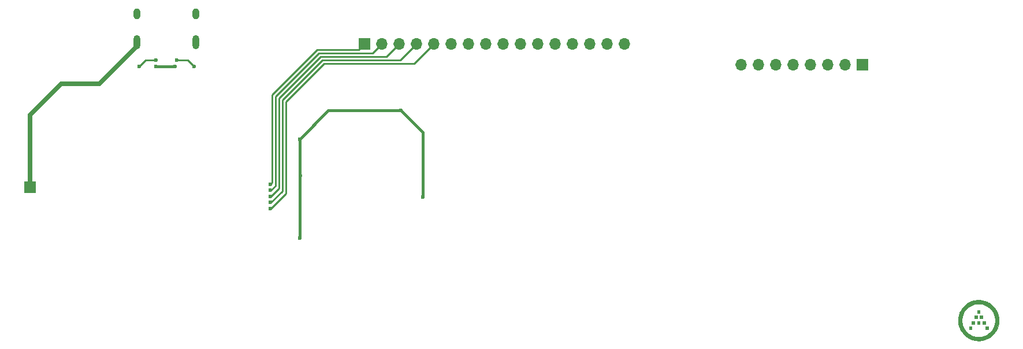
<source format=gbl>
G04 #@! TF.GenerationSoftware,KiCad,Pcbnew,(5.0.2)-1*
G04 #@! TF.CreationDate,2019-03-13T04:20:17-07:00*
G04 #@! TF.ProjectId,ssk-controller,73736b2d-636f-46e7-9472-6f6c6c65722e,rev?*
G04 #@! TF.SameCoordinates,Original*
G04 #@! TF.FileFunction,Copper,L2,Bot*
G04 #@! TF.FilePolarity,Positive*
%FSLAX46Y46*%
G04 Gerber Fmt 4.6, Leading zero omitted, Abs format (unit mm)*
G04 Created by KiCad (PCBNEW (5.0.2)-1) date 3/13/2019 4:20:17 AM*
%MOMM*%
%LPD*%
G01*
G04 APERTURE LIST*
G04 #@! TA.AperFunction,EtchedComponent*
%ADD10C,0.010000*%
G04 #@! TD*
G04 #@! TA.AperFunction,ComponentPad*
%ADD11O,1.700000X1.700000*%
G04 #@! TD*
G04 #@! TA.AperFunction,ComponentPad*
%ADD12R,1.700000X1.700000*%
G04 #@! TD*
G04 #@! TA.AperFunction,ComponentPad*
%ADD13O,1.000000X1.600000*%
G04 #@! TD*
G04 #@! TA.AperFunction,ComponentPad*
%ADD14O,1.000000X2.100000*%
G04 #@! TD*
G04 #@! TA.AperFunction,ViaPad*
%ADD15C,0.600000*%
G04 #@! TD*
G04 #@! TA.AperFunction,Conductor*
%ADD16C,0.254000*%
G04 #@! TD*
G04 #@! TA.AperFunction,Conductor*
%ADD17C,0.381000*%
G04 #@! TD*
G04 #@! TA.AperFunction,Conductor*
%ADD18C,0.635000*%
G04 #@! TD*
G04 APERTURE END LIST*
D10*
G04 #@! TO.C,G\002A\002A\002A*
G36*
X233809500Y-93420500D02*
X234214312Y-93420500D01*
X234214312Y-93015688D01*
X233809500Y-93015688D01*
X233809500Y-93420500D01*
X233809500Y-93420500D01*
G37*
X233809500Y-93420500D02*
X234214312Y-93420500D01*
X234214312Y-93015688D01*
X233809500Y-93015688D01*
X233809500Y-93420500D01*
G36*
X233404687Y-94206313D02*
X233809500Y-94206313D01*
X233809500Y-93825313D01*
X233404687Y-93825313D01*
X233404687Y-94206313D01*
X233404687Y-94206313D01*
G37*
X233404687Y-94206313D02*
X233809500Y-94206313D01*
X233809500Y-93825313D01*
X233404687Y-93825313D01*
X233404687Y-94206313D01*
G36*
X234214312Y-94206313D02*
X234595312Y-94206313D01*
X234595312Y-93825313D01*
X234214312Y-93825313D01*
X234214312Y-94206313D01*
X234214312Y-94206313D01*
G37*
X234214312Y-94206313D02*
X234595312Y-94206313D01*
X234595312Y-93825313D01*
X234214312Y-93825313D01*
X234214312Y-94206313D01*
G36*
X233023687Y-95015938D02*
X233404687Y-95015938D01*
X233404687Y-94611125D01*
X233023687Y-94611125D01*
X233023687Y-95015938D01*
X233023687Y-95015938D01*
G37*
X233023687Y-95015938D02*
X233404687Y-95015938D01*
X233404687Y-94611125D01*
X233023687Y-94611125D01*
X233023687Y-95015938D01*
G36*
X233809500Y-95015938D02*
X234214312Y-95015938D01*
X234214312Y-94611125D01*
X233809500Y-94611125D01*
X233809500Y-95015938D01*
X233809500Y-95015938D01*
G37*
X233809500Y-95015938D02*
X234214312Y-95015938D01*
X234214312Y-94611125D01*
X233809500Y-94611125D01*
X233809500Y-95015938D01*
G36*
X234595312Y-95015938D02*
X235000125Y-95015938D01*
X235000125Y-94611125D01*
X234595312Y-94611125D01*
X234595312Y-95015938D01*
X234595312Y-95015938D01*
G37*
X234595312Y-95015938D02*
X235000125Y-95015938D01*
X235000125Y-94611125D01*
X234595312Y-94611125D01*
X234595312Y-95015938D01*
G36*
X232618875Y-95801750D02*
X233023687Y-95801750D01*
X233023687Y-95396938D01*
X232618875Y-95396938D01*
X232618875Y-95801750D01*
X232618875Y-95801750D01*
G37*
X232618875Y-95801750D02*
X233023687Y-95801750D01*
X233023687Y-95396938D01*
X232618875Y-95396938D01*
X232618875Y-95801750D01*
G36*
X235000125Y-95801750D02*
X235404937Y-95801750D01*
X235404937Y-95396938D01*
X235000125Y-95396938D01*
X235000125Y-95801750D01*
X235000125Y-95801750D01*
G37*
X235000125Y-95801750D02*
X235404937Y-95801750D01*
X235404937Y-95396938D01*
X235000125Y-95396938D01*
X235000125Y-95801750D01*
G36*
X233996031Y-91528045D02*
X233871913Y-91529415D01*
X233760201Y-91533572D01*
X233657608Y-91540919D01*
X233560844Y-91551860D01*
X233466622Y-91566798D01*
X233371653Y-91586137D01*
X233272649Y-91610281D01*
X233227370Y-91622418D01*
X233018823Y-91687656D01*
X232816735Y-91766992D01*
X232621872Y-91860028D01*
X232435001Y-91966368D01*
X232256886Y-92085616D01*
X232104740Y-92203617D01*
X231947072Y-92344342D01*
X231799735Y-92495787D01*
X231663414Y-92656885D01*
X231538792Y-92826567D01*
X231426553Y-93003766D01*
X231327380Y-93187416D01*
X231241958Y-93376447D01*
X231170970Y-93569793D01*
X231122216Y-93737803D01*
X231089145Y-93877789D01*
X231063785Y-94009725D01*
X231045393Y-94138997D01*
X231033225Y-94270993D01*
X231026539Y-94411100D01*
X231025886Y-94436500D01*
X231028605Y-94654797D01*
X231046800Y-94869580D01*
X231080465Y-95080821D01*
X231129594Y-95288489D01*
X231194181Y-95492555D01*
X231258378Y-95656487D01*
X231286461Y-95721752D01*
X231310523Y-95775910D01*
X231332392Y-95822613D01*
X231353893Y-95865513D01*
X231376854Y-95908263D01*
X231403100Y-95954515D01*
X231432225Y-96004156D01*
X231551444Y-96190427D01*
X231681548Y-96365153D01*
X231822671Y-96528465D01*
X231974945Y-96680496D01*
X232138503Y-96821380D01*
X232313476Y-96951248D01*
X232495844Y-97067775D01*
X232548673Y-97098744D01*
X232594586Y-97124721D01*
X232637235Y-97147531D01*
X232680272Y-97169001D01*
X232727349Y-97190957D01*
X232782119Y-97215225D01*
X232843513Y-97241622D01*
X232939746Y-97281169D01*
X233028464Y-97314208D01*
X233115578Y-97342695D01*
X233207002Y-97368589D01*
X233289594Y-97389322D01*
X233454110Y-97424876D01*
X233611205Y-97450553D01*
X233765433Y-97466893D01*
X233921351Y-97474436D01*
X234011906Y-97475013D01*
X234063125Y-97474498D01*
X234111246Y-97473793D01*
X234153126Y-97472960D01*
X234185622Y-97472063D01*
X234205590Y-97471165D01*
X234206375Y-97471109D01*
X234422549Y-97447157D01*
X234635306Y-97408170D01*
X234843787Y-97354467D01*
X235047132Y-97286363D01*
X235244484Y-97204176D01*
X235434982Y-97108225D01*
X235617768Y-96998826D01*
X235768724Y-96893796D01*
X235941651Y-96755449D01*
X236102335Y-96607088D01*
X236250549Y-96449039D01*
X236386071Y-96281632D01*
X236508676Y-96105194D01*
X236618139Y-95920052D01*
X236714237Y-95726535D01*
X236796744Y-95524971D01*
X236865437Y-95315688D01*
X236877582Y-95272630D01*
X236903948Y-95170835D01*
X236925333Y-95074511D01*
X236942141Y-94980367D01*
X236954775Y-94885117D01*
X236963640Y-94785470D01*
X236969138Y-94678140D01*
X236971674Y-94559836D01*
X236971955Y-94503969D01*
X236971280Y-94448608D01*
X236439206Y-94448608D01*
X236439103Y-94528746D01*
X236437437Y-94608410D01*
X236434241Y-94683537D01*
X236429544Y-94750060D01*
X236425824Y-94785750D01*
X236393950Y-94983048D01*
X236347299Y-95174663D01*
X236286049Y-95360222D01*
X236210381Y-95539349D01*
X236120473Y-95711669D01*
X236016506Y-95876809D01*
X235898659Y-96034393D01*
X235767112Y-96184047D01*
X235744776Y-96207260D01*
X235610542Y-96334334D01*
X235464840Y-96452270D01*
X235310369Y-96559090D01*
X235149831Y-96652816D01*
X235104042Y-96676504D01*
X235029634Y-96713153D01*
X234964393Y-96743372D01*
X234903896Y-96768940D01*
X234843722Y-96791634D01*
X234779449Y-96813233D01*
X234714375Y-96833227D01*
X234525162Y-96882640D01*
X234339411Y-96917091D01*
X234155673Y-96936714D01*
X233972497Y-96941642D01*
X233788436Y-96932011D01*
X233721894Y-96925031D01*
X233534562Y-96896087D01*
X233354981Y-96854278D01*
X233180643Y-96798854D01*
X233009041Y-96729064D01*
X232912084Y-96682866D01*
X232741452Y-96589447D01*
X232582036Y-96485712D01*
X232433078Y-96370974D01*
X232293821Y-96244550D01*
X232163506Y-96105754D01*
X232041376Y-95953903D01*
X231933108Y-95798259D01*
X231907982Y-95757068D01*
X231878659Y-95704940D01*
X231846959Y-95645496D01*
X231814701Y-95582356D01*
X231783707Y-95519140D01*
X231755794Y-95459467D01*
X231732785Y-95406957D01*
X231719347Y-95373125D01*
X231656480Y-95181584D01*
X231609084Y-94988845D01*
X231577200Y-94795450D01*
X231560870Y-94601940D01*
X231560132Y-94408857D01*
X231575028Y-94216742D01*
X231605598Y-94026136D01*
X231615401Y-93980094D01*
X231649050Y-93843801D01*
X231687358Y-93717618D01*
X231732296Y-93596007D01*
X231785837Y-93473432D01*
X231823496Y-93395958D01*
X231917201Y-93227110D01*
X232024026Y-93066673D01*
X232143202Y-92915368D01*
X232273963Y-92773914D01*
X232415540Y-92643031D01*
X232567166Y-92523440D01*
X232728073Y-92415860D01*
X232897493Y-92321011D01*
X233041675Y-92253480D01*
X233213303Y-92187085D01*
X233385857Y-92135087D01*
X233561344Y-92097078D01*
X233741774Y-92072651D01*
X233929155Y-92061397D01*
X233992062Y-92060507D01*
X234190157Y-92066877D01*
X234381785Y-92087522D01*
X234567719Y-92122673D01*
X234748735Y-92172567D01*
X234925606Y-92237435D01*
X235099106Y-92317513D01*
X235270009Y-92413035D01*
X235370706Y-92477244D01*
X235510139Y-92578772D01*
X235644337Y-92693278D01*
X235771659Y-92818839D01*
X235890465Y-92953531D01*
X235999114Y-93095431D01*
X236095965Y-93242615D01*
X236179378Y-93393161D01*
X236214174Y-93466080D01*
X236275577Y-93610939D01*
X236325808Y-93750178D01*
X236366065Y-93888126D01*
X236397544Y-94029114D01*
X236421444Y-94177471D01*
X236429845Y-94246000D01*
X236434608Y-94303170D01*
X236437718Y-94372061D01*
X236439206Y-94448608D01*
X236971280Y-94448608D01*
X236970210Y-94360973D01*
X236964336Y-94230106D01*
X236953762Y-94108025D01*
X236937915Y-93991385D01*
X236916223Y-93876844D01*
X236888113Y-93761059D01*
X236853014Y-93640687D01*
X236810353Y-93512384D01*
X236794659Y-93468125D01*
X236716274Y-93273406D01*
X236623434Y-93085072D01*
X236516328Y-92903385D01*
X236395148Y-92728608D01*
X236260083Y-92561003D01*
X236111326Y-92400833D01*
X235949067Y-92248360D01*
X235842229Y-92158179D01*
X235756400Y-92092686D01*
X235658861Y-92025360D01*
X235553252Y-91958412D01*
X235443214Y-91894055D01*
X235332387Y-91834500D01*
X235224411Y-91781958D01*
X235218406Y-91779215D01*
X235148446Y-91749342D01*
X235067265Y-91717956D01*
X234979233Y-91686536D01*
X234888721Y-91656562D01*
X234800099Y-91629511D01*
X234717736Y-91606864D01*
X234685850Y-91598971D01*
X234592625Y-91578203D01*
X234503651Y-91561543D01*
X234415647Y-91548652D01*
X234325331Y-91539195D01*
X234229422Y-91532832D01*
X234124640Y-91529228D01*
X234007705Y-91528044D01*
X233996031Y-91528045D01*
X233996031Y-91528045D01*
G37*
X233996031Y-91528045D02*
X233871913Y-91529415D01*
X233760201Y-91533572D01*
X233657608Y-91540919D01*
X233560844Y-91551860D01*
X233466622Y-91566798D01*
X233371653Y-91586137D01*
X233272649Y-91610281D01*
X233227370Y-91622418D01*
X233018823Y-91687656D01*
X232816735Y-91766992D01*
X232621872Y-91860028D01*
X232435001Y-91966368D01*
X232256886Y-92085616D01*
X232104740Y-92203617D01*
X231947072Y-92344342D01*
X231799735Y-92495787D01*
X231663414Y-92656885D01*
X231538792Y-92826567D01*
X231426553Y-93003766D01*
X231327380Y-93187416D01*
X231241958Y-93376447D01*
X231170970Y-93569793D01*
X231122216Y-93737803D01*
X231089145Y-93877789D01*
X231063785Y-94009725D01*
X231045393Y-94138997D01*
X231033225Y-94270993D01*
X231026539Y-94411100D01*
X231025886Y-94436500D01*
X231028605Y-94654797D01*
X231046800Y-94869580D01*
X231080465Y-95080821D01*
X231129594Y-95288489D01*
X231194181Y-95492555D01*
X231258378Y-95656487D01*
X231286461Y-95721752D01*
X231310523Y-95775910D01*
X231332392Y-95822613D01*
X231353893Y-95865513D01*
X231376854Y-95908263D01*
X231403100Y-95954515D01*
X231432225Y-96004156D01*
X231551444Y-96190427D01*
X231681548Y-96365153D01*
X231822671Y-96528465D01*
X231974945Y-96680496D01*
X232138503Y-96821380D01*
X232313476Y-96951248D01*
X232495844Y-97067775D01*
X232548673Y-97098744D01*
X232594586Y-97124721D01*
X232637235Y-97147531D01*
X232680272Y-97169001D01*
X232727349Y-97190957D01*
X232782119Y-97215225D01*
X232843513Y-97241622D01*
X232939746Y-97281169D01*
X233028464Y-97314208D01*
X233115578Y-97342695D01*
X233207002Y-97368589D01*
X233289594Y-97389322D01*
X233454110Y-97424876D01*
X233611205Y-97450553D01*
X233765433Y-97466893D01*
X233921351Y-97474436D01*
X234011906Y-97475013D01*
X234063125Y-97474498D01*
X234111246Y-97473793D01*
X234153126Y-97472960D01*
X234185622Y-97472063D01*
X234205590Y-97471165D01*
X234206375Y-97471109D01*
X234422549Y-97447157D01*
X234635306Y-97408170D01*
X234843787Y-97354467D01*
X235047132Y-97286363D01*
X235244484Y-97204176D01*
X235434982Y-97108225D01*
X235617768Y-96998826D01*
X235768724Y-96893796D01*
X235941651Y-96755449D01*
X236102335Y-96607088D01*
X236250549Y-96449039D01*
X236386071Y-96281632D01*
X236508676Y-96105194D01*
X236618139Y-95920052D01*
X236714237Y-95726535D01*
X236796744Y-95524971D01*
X236865437Y-95315688D01*
X236877582Y-95272630D01*
X236903948Y-95170835D01*
X236925333Y-95074511D01*
X236942141Y-94980367D01*
X236954775Y-94885117D01*
X236963640Y-94785470D01*
X236969138Y-94678140D01*
X236971674Y-94559836D01*
X236971955Y-94503969D01*
X236971280Y-94448608D01*
X236439206Y-94448608D01*
X236439103Y-94528746D01*
X236437437Y-94608410D01*
X236434241Y-94683537D01*
X236429544Y-94750060D01*
X236425824Y-94785750D01*
X236393950Y-94983048D01*
X236347299Y-95174663D01*
X236286049Y-95360222D01*
X236210381Y-95539349D01*
X236120473Y-95711669D01*
X236016506Y-95876809D01*
X235898659Y-96034393D01*
X235767112Y-96184047D01*
X235744776Y-96207260D01*
X235610542Y-96334334D01*
X235464840Y-96452270D01*
X235310369Y-96559090D01*
X235149831Y-96652816D01*
X235104042Y-96676504D01*
X235029634Y-96713153D01*
X234964393Y-96743372D01*
X234903896Y-96768940D01*
X234843722Y-96791634D01*
X234779449Y-96813233D01*
X234714375Y-96833227D01*
X234525162Y-96882640D01*
X234339411Y-96917091D01*
X234155673Y-96936714D01*
X233972497Y-96941642D01*
X233788436Y-96932011D01*
X233721894Y-96925031D01*
X233534562Y-96896087D01*
X233354981Y-96854278D01*
X233180643Y-96798854D01*
X233009041Y-96729064D01*
X232912084Y-96682866D01*
X232741452Y-96589447D01*
X232582036Y-96485712D01*
X232433078Y-96370974D01*
X232293821Y-96244550D01*
X232163506Y-96105754D01*
X232041376Y-95953903D01*
X231933108Y-95798259D01*
X231907982Y-95757068D01*
X231878659Y-95704940D01*
X231846959Y-95645496D01*
X231814701Y-95582356D01*
X231783707Y-95519140D01*
X231755794Y-95459467D01*
X231732785Y-95406957D01*
X231719347Y-95373125D01*
X231656480Y-95181584D01*
X231609084Y-94988845D01*
X231577200Y-94795450D01*
X231560870Y-94601940D01*
X231560132Y-94408857D01*
X231575028Y-94216742D01*
X231605598Y-94026136D01*
X231615401Y-93980094D01*
X231649050Y-93843801D01*
X231687358Y-93717618D01*
X231732296Y-93596007D01*
X231785837Y-93473432D01*
X231823496Y-93395958D01*
X231917201Y-93227110D01*
X232024026Y-93066673D01*
X232143202Y-92915368D01*
X232273963Y-92773914D01*
X232415540Y-92643031D01*
X232567166Y-92523440D01*
X232728073Y-92415860D01*
X232897493Y-92321011D01*
X233041675Y-92253480D01*
X233213303Y-92187085D01*
X233385857Y-92135087D01*
X233561344Y-92097078D01*
X233741774Y-92072651D01*
X233929155Y-92061397D01*
X233992062Y-92060507D01*
X234190157Y-92066877D01*
X234381785Y-92087522D01*
X234567719Y-92122673D01*
X234748735Y-92172567D01*
X234925606Y-92237435D01*
X235099106Y-92317513D01*
X235270009Y-92413035D01*
X235370706Y-92477244D01*
X235510139Y-92578772D01*
X235644337Y-92693278D01*
X235771659Y-92818839D01*
X235890465Y-92953531D01*
X235999114Y-93095431D01*
X236095965Y-93242615D01*
X236179378Y-93393161D01*
X236214174Y-93466080D01*
X236275577Y-93610939D01*
X236325808Y-93750178D01*
X236366065Y-93888126D01*
X236397544Y-94029114D01*
X236421444Y-94177471D01*
X236429845Y-94246000D01*
X236434608Y-94303170D01*
X236437718Y-94372061D01*
X236439206Y-94448608D01*
X236971280Y-94448608D01*
X236970210Y-94360973D01*
X236964336Y-94230106D01*
X236953762Y-94108025D01*
X236937915Y-93991385D01*
X236916223Y-93876844D01*
X236888113Y-93761059D01*
X236853014Y-93640687D01*
X236810353Y-93512384D01*
X236794659Y-93468125D01*
X236716274Y-93273406D01*
X236623434Y-93085072D01*
X236516328Y-92903385D01*
X236395148Y-92728608D01*
X236260083Y-92561003D01*
X236111326Y-92400833D01*
X235949067Y-92248360D01*
X235842229Y-92158179D01*
X235756400Y-92092686D01*
X235658861Y-92025360D01*
X235553252Y-91958412D01*
X235443214Y-91894055D01*
X235332387Y-91834500D01*
X235224411Y-91781958D01*
X235218406Y-91779215D01*
X235148446Y-91749342D01*
X235067265Y-91717956D01*
X234979233Y-91686536D01*
X234888721Y-91656562D01*
X234800099Y-91629511D01*
X234717736Y-91606864D01*
X234685850Y-91598971D01*
X234592625Y-91578203D01*
X234503651Y-91561543D01*
X234415647Y-91548652D01*
X234325331Y-91539195D01*
X234229422Y-91532832D01*
X234124640Y-91529228D01*
X234007705Y-91528044D01*
X233996031Y-91528045D01*
G04 #@! TD*
D11*
G04 #@! TO.P,J1,16*
G04 #@! TO.N,COL15*
X182100000Y-54000000D03*
G04 #@! TO.P,J1,15*
G04 #@! TO.N,COL14*
X179560000Y-54000000D03*
G04 #@! TO.P,J1,14*
G04 #@! TO.N,COL13*
X177020000Y-54000000D03*
G04 #@! TO.P,J1,13*
G04 #@! TO.N,COL12*
X174480000Y-54000000D03*
G04 #@! TO.P,J1,12*
G04 #@! TO.N,COL11*
X171940000Y-54000000D03*
G04 #@! TO.P,J1,11*
G04 #@! TO.N,COL10*
X169400000Y-54000000D03*
G04 #@! TO.P,J1,10*
G04 #@! TO.N,COL9*
X166860000Y-54000000D03*
G04 #@! TO.P,J1,9*
G04 #@! TO.N,COL8*
X164320000Y-54000000D03*
G04 #@! TO.P,J1,8*
G04 #@! TO.N,COL7*
X161780000Y-54000000D03*
G04 #@! TO.P,J1,7*
G04 #@! TO.N,COL6*
X159240000Y-54000000D03*
G04 #@! TO.P,J1,6*
G04 #@! TO.N,COL5*
X156700000Y-54000000D03*
G04 #@! TO.P,J1,5*
G04 #@! TO.N,COL4*
X154160000Y-54000000D03*
G04 #@! TO.P,J1,4*
G04 #@! TO.N,COL3*
X151620000Y-54000000D03*
G04 #@! TO.P,J1,3*
G04 #@! TO.N,COL2*
X149080000Y-54000000D03*
G04 #@! TO.P,J1,2*
G04 #@! TO.N,COL1*
X146540000Y-54000000D03*
D12*
G04 #@! TO.P,J1,1*
G04 #@! TO.N,COL0*
X144000000Y-54000000D03*
G04 #@! TD*
D11*
G04 #@! TO.P,J2,8*
G04 #@! TO.N,ROW7*
X199220000Y-57000000D03*
G04 #@! TO.P,J2,7*
G04 #@! TO.N,ROW6*
X201760000Y-57000000D03*
G04 #@! TO.P,J2,6*
G04 #@! TO.N,ROW5*
X204300000Y-57000000D03*
G04 #@! TO.P,J2,5*
G04 #@! TO.N,ROW4*
X206840000Y-57000000D03*
G04 #@! TO.P,J2,4*
G04 #@! TO.N,ROW3*
X209380000Y-57000000D03*
G04 #@! TO.P,J2,3*
G04 #@! TO.N,ROW2*
X211920000Y-57000000D03*
G04 #@! TO.P,J2,2*
G04 #@! TO.N,ROW1*
X214460000Y-57000000D03*
D12*
G04 #@! TO.P,J2,1*
G04 #@! TO.N,ROW0*
X217000000Y-57000000D03*
G04 #@! TD*
D13*
G04 #@! TO.P,USB1,13*
G04 #@! TO.N,GND*
X110680000Y-49600000D03*
X119320000Y-49600000D03*
D14*
X110680000Y-53780000D03*
X119320000Y-53780000D03*
G04 #@! TD*
D12*
G04 #@! TO.P,J3,1*
G04 #@! TO.N,GND*
X95000000Y-75000000D03*
G04 #@! TD*
D15*
G04 #@! TO.N,COL1*
X130175000Y-75438000D03*
G04 #@! TO.N,+5V*
X134620000Y-73279000D03*
X134493000Y-67945000D03*
X149352000Y-63754000D03*
X152527000Y-76454000D03*
X134493000Y-82423000D03*
G04 #@! TO.N,COL2*
X130175000Y-76327000D03*
G04 #@! TO.N,COL3*
X130175000Y-77216000D03*
G04 #@! TO.N,COL4*
X130175000Y-78105000D03*
G04 #@! TO.N,COL0*
X130175000Y-74549000D03*
G04 #@! TO.N,VCC*
X113411000Y-57277000D03*
X116205000Y-57277000D03*
G04 #@! TO.N,Net-(R73-Pad2)*
X116459000Y-56388000D03*
X118999000Y-57277000D03*
G04 #@! TO.N,Net-(R74-Pad2)*
X113411000Y-56388000D03*
X110998000Y-57277000D03*
G04 #@! TD*
D16*
G04 #@! TO.N,COL1*
X130302000Y-75438000D02*
X130175000Y-75438000D01*
X130937000Y-74803000D02*
X130302000Y-75438000D01*
X130937000Y-61722000D02*
X130937000Y-74803000D01*
X137287000Y-55372000D02*
X130937000Y-61722000D01*
X146540000Y-54000000D02*
X145168000Y-55372000D01*
X145168000Y-55372000D02*
X137287000Y-55372000D01*
D17*
G04 #@! TO.N,+5V*
X134620000Y-73279000D02*
X134493000Y-73152000D01*
X134493000Y-73152000D02*
X134493000Y-67945000D01*
X138684000Y-63754000D02*
X134493000Y-67945000D01*
X149352000Y-63754000D02*
X138684000Y-63754000D01*
X152527000Y-66929000D02*
X149352000Y-63754000D01*
X152527000Y-76454000D02*
X152527000Y-66929000D01*
X134493000Y-73406000D02*
X134620000Y-73279000D01*
X134493000Y-82423000D02*
X134493000Y-73406000D01*
D16*
G04 #@! TO.N,COL2*
X147200000Y-55880000D02*
X149080000Y-54000000D01*
X137541000Y-55880000D02*
X147200000Y-55880000D01*
X131445000Y-61976000D02*
X137541000Y-55880000D01*
X131445000Y-75184000D02*
X131445000Y-61976000D01*
X130175000Y-76327000D02*
X130302000Y-76327000D01*
X130302000Y-76327000D02*
X131445000Y-75184000D01*
G04 #@! TO.N,COL3*
X149232000Y-56388000D02*
X151620000Y-54000000D01*
X137795000Y-56388000D02*
X149232000Y-56388000D01*
X131953000Y-62230000D02*
X137795000Y-56388000D01*
X131953000Y-75565000D02*
X131953000Y-62230000D01*
X130302000Y-77216000D02*
X131953000Y-75565000D01*
X130175000Y-77216000D02*
X130302000Y-77216000D01*
G04 #@! TO.N,COL4*
X138049000Y-56896000D02*
X151264000Y-56896000D01*
X151264000Y-56896000D02*
X154160000Y-54000000D01*
X132461000Y-62484000D02*
X138049000Y-56896000D01*
X132461000Y-75946000D02*
X132461000Y-62484000D01*
X130175000Y-78105000D02*
X130302000Y-78105000D01*
X130302000Y-78105000D02*
X132461000Y-75946000D01*
G04 #@! TO.N,COL0*
X143136000Y-54864000D02*
X144000000Y-54000000D01*
X137033000Y-54864000D02*
X143136000Y-54864000D01*
X130429000Y-61468000D02*
X137033000Y-54864000D01*
X130175000Y-74549000D02*
X130429000Y-74295000D01*
X130429000Y-74295000D02*
X130429000Y-61468000D01*
D18*
G04 #@! TO.N,GND*
X95000000Y-75000000D02*
X95000000Y-64893000D01*
D17*
X110680000Y-53780000D02*
X110680000Y-54293000D01*
D18*
X105156000Y-59817000D02*
X102870000Y-59817000D01*
X110680000Y-54293000D02*
X105156000Y-59817000D01*
X100076000Y-59817000D02*
X102870000Y-59817000D01*
X95000000Y-64893000D02*
X95000000Y-64385000D01*
X99568000Y-59817000D02*
X100076000Y-59817000D01*
X95000000Y-64385000D02*
X99568000Y-59817000D01*
D17*
G04 #@! TO.N,VCC*
X113411000Y-57277000D02*
X116205000Y-57277000D01*
D16*
G04 #@! TO.N,Net-(R73-Pad2)*
X116459000Y-56388000D02*
X118110000Y-56388000D01*
X118110000Y-56388000D02*
X118999000Y-57277000D01*
G04 #@! TO.N,Net-(R74-Pad2)*
X113411000Y-56388000D02*
X111887000Y-56388000D01*
X111887000Y-56388000D02*
X110998000Y-57277000D01*
G04 #@! TD*
M02*

</source>
